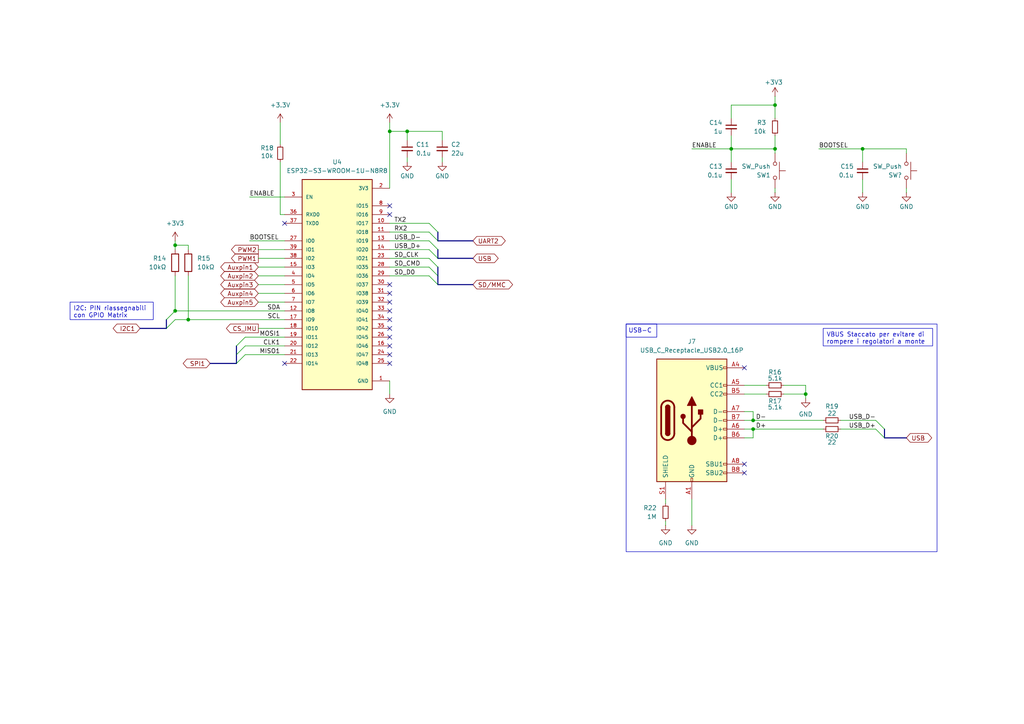
<source format=kicad_sch>
(kicad_sch (version 20250114) (generator "eeschema") (generator_version "9.0")
  (paper "A4")
  (lib_symbols
    (symbol "Connector:USB_C_Receptacle_USB2.0_16P" (pin_names (offset 1.016))
      (property "Reference" "J" (at 0 22.225 0))
      (property "Value" "USB_C_Receptacle_USB2.0_16P" (at 0 19.685 0))
      (symbol "USB_C_Receptacle_USB2.0_16P_0_0"
        (rectangle (start -0.254 -17.78) (end 0.254 -16.764))
        (rectangle (start 10.16 15.494) (end 9.144 14.986))
        (rectangle (start 10.16 10.414) (end 9.144 9.906))
        (rectangle (start 10.16 7.874) (end 9.144 7.366))
        (rectangle (start 10.16 2.794) (end 9.144 2.286))
        (rectangle (start 10.16 0.254) (end 9.144 -0.254))
        (rectangle (start 10.16 -2.286) (end 9.144 -2.794))
        (rectangle (start 10.16 -4.826) (end 9.144 -5.334))
        (rectangle (start 10.16 -12.446) (end 9.144 -12.954))
        (rectangle (start 10.16 -14.986) (end 9.144 -15.494))
      )
      (symbol "USB_C_Receptacle_USB2.0_16P_0_1"
        (rectangle (start -10.16 17.78) (end 10.16 -17.78) (stroke (width 0.254)) (fill (type background)))
        (polyline (pts (xy -8.89 -3.81) (xy -8.89 3.81)) (stroke (width 0.508)))
        (rectangle (start -7.62 -3.81) (end -6.35 3.81) (stroke (width 0.254)) (fill (type outline)))
        (arc (start -7.62 3.81) (mid -6.985 4.4423) (end -6.35 3.81) (stroke (width 0.254)))
        (arc (start -7.62 3.81) (mid -6.985 4.4423) (end -6.35 3.81) (stroke (width 0.254)) (fill (type outline)))
        (arc (start -8.89 3.81) (mid -6.985 5.7067) (end -5.08 3.81) (stroke (width 0.508)))
        (arc (start -5.08 -3.81) (mid -6.985 -5.7067) (end -8.89 -3.81) (stroke (width 0.508)))
        (arc (start -6.35 -3.81) (mid -6.985 -4.4423) (end -7.62 -3.81) (stroke (width 0.254)))
        (arc (start -6.35 -3.81) (mid -6.985 -4.4423) (end -7.62 -3.81) (stroke (width 0.254)) (fill (type outline)))
        (polyline (pts (xy -5.08 3.81) (xy -5.08 -3.81)) (stroke (width 0.508)))
        (circle (center -2.54 1.143) (radius 0.635) (stroke (width 0.254)) (fill (type outline)))
        (polyline (pts (xy -1.27 4.318) (xy 0 6.858) (xy 1.27 4.318) (xy -1.27 4.318)) (stroke (width 0.254)) (fill (type outline)))
        (polyline (pts (xy 0 -2.032) (xy 2.54 0.508) (xy 2.54 1.778)) (stroke (width 0.508)))
        (polyline (pts (xy 0 -3.302) (xy -2.54 -0.762) (xy -2.54 0.508)) (stroke (width 0.508)))
        (polyline (pts (xy 0 -5.842) (xy 0 4.318)) (stroke (width 0.508)))
        (circle (center 0 -5.842) (radius 1.27) (fill (type outline)))
        (rectangle (start 1.905 1.778) (end 3.175 3.048) (stroke (width 0.254)) (fill (type outline)))
      )
      (symbol "USB_C_Receptacle_USB2.0_16P_1_1"
        (pin passive line (at -7.62 -22.86 90) (length 5.08) (name "SHIELD") (number "S1"))
        (pin passive line (at 0 -22.86 90) (length 5.08) (name "GND") (number "A1"))
        (pin passive line (at 0 -22.86 90) (length 5.08) (hide yes) (name "GND") (number "A12"))
        (pin passive line (at 0 -22.86 90) (length 5.08) (hide yes) (name "GND") (number "B1"))
        (pin passive line (at 0 -22.86 90) (length 5.08) (hide yes) (name "GND") (number "B12"))
        (pin passive line (at 15.24 15.24 180) (length 5.08) (name "VBUS") (number "A4"))
        (pin passive line (at 15.24 15.24 180) (length 5.08) (hide yes) (name "VBUS") (number "A9"))
        (pin passive line (at 15.24 15.24 180) (length 5.08) (hide yes) (name "VBUS") (number "B4"))
        (pin passive line (at 15.24 15.24 180) (length 5.08) (hide yes) (name "VBUS") (number "B9"))
        (pin bidirectional line (at 15.24 10.16 180) (length 5.08) (name "CC1") (number "A5"))
        (pin bidirectional line (at 15.24 7.62 180) (length 5.08) (name "CC2") (number "B5"))
        (pin bidirectional line (at 15.24 2.54 180) (length 5.08) (name "D-") (number "A7"))
        (pin bidirectional line (at 15.24 0 180) (length 5.08) (name "D-") (number "B7"))
        (pin bidirectional line (at 15.24 -2.54 180) (length 5.08) (name "D+") (number "A6"))
        (pin bidirectional line (at 15.24 -5.08 180) (length 5.08) (name "D+") (number "B6"))
        (pin bidirectional line (at 15.24 -12.7 180) (length 5.08) (name "SBU1") (number "A8"))
        (pin bidirectional line (at 15.24 -15.24 180) (length 5.08) (name "SBU2") (number "B8"))
      )
    )
    (symbol "Device:C_Small" (pin_numbers (hide yes)) (pin_names (offset 0.254) (hide yes))
      (property "Reference" "C" (at 0.254 1.778 0))
      (property "Value" "C_Small" (at 0.254 -2.032 0))
      (symbol "C_Small_0_1"
        (polyline (pts (xy -1.524 0.508) (xy 1.524 0.508)) (stroke (width 0.3048)))
        (polyline (pts (xy -1.524 -0.508) (xy 1.524 -0.508)) (stroke (width 0.3302)))
      )
      (symbol "C_Small_1_1"
        (pin passive line (at 0 2.54 270) (length 2.032) (name "~") (number "1"))
        (pin passive line (at 0 -2.54 90) (length 2.032) (name "~") (number "2"))
      )
    )
    (symbol "Device:R" (pin_numbers (hide yes)) (pin_names (offset 0))
      (property "Reference" "R" (at 2.032 0 90))
      (property "Value" "R" (at 0 0 90))
      (symbol "R_0_1"
        (rectangle (start -1.016 -2.54) (end 1.016 2.54) (stroke (width 0.254)))
      )
      (symbol "R_1_1"
        (pin passive line (at 0 3.81 270) (length 1.27) (name "~") (number "1"))
        (pin passive line (at 0 -3.81 90) (length 1.27) (name "~") (number "2"))
      )
    )
    (symbol "Device:R_Small" (pin_numbers (hide yes)) (pin_names (offset 0.254) (hide yes))
      (property "Reference" "R" (at 0 0 90))
      (property "Value" "R_Small" (at 1.778 0 90))
      (symbol "R_Small_0_1"
        (rectangle (start -0.762 1.778) (end 0.762 -1.778) (stroke (width 0.2032)))
      )
      (symbol "R_Small_1_1"
        (pin passive line (at 0 2.54 270) (length 0.762) (name "~") (number "1"))
        (pin passive line (at 0 -2.54 90) (length 0.762) (name "~") (number "2"))
      )
    )
    (symbol "ESP32-S3-WROOM-1U-N8R8_1" (pin_names (offset 1.016))
      (property "Reference" "U" (at -10.16 31.242 0))
      (property "Value" "ESP32-S3-WROOM-1U-N8R8" (at -10.16 -33.02 0))
      (symbol "ESP32-S3-WROOM-1U-N8R8_1_0_0"
        (rectangle (start -10.16 -30.48) (end 10.16 30.48) (stroke (width 0.254)) (fill (type background)))
        (pin input line (at -15.24 25.4 0) (length 5.08) (name "EN") (number "3"))
        (pin bidirectional line (at -15.24 20.32 0) (length 5.08) (name "RXD0") (number "36"))
        (pin bidirectional line (at -15.24 17.78 0) (length 5.08) (name "TXD0") (number "37"))
        (pin bidirectional line (at -15.24 12.7 0) (length 5.08) (name "IO0") (number "27"))
        (pin bidirectional line (at -15.24 10.16 0) (length 5.08) (name "IO1") (number "39"))
        (pin bidirectional line (at -15.24 7.62 0) (length 5.08) (name "IO2") (number "38"))
        (pin bidirectional line (at -15.24 5.08 0) (length 5.08) (name "IO3") (number "15"))
        (pin bidirectional line (at -15.24 2.54 0) (length 5.08) (name "IO4") (number "4"))
        (pin bidirectional line (at -15.24 0 0) (length 5.08) (name "IO5") (number "5"))
        (pin bidirectional line (at -15.24 -2.54 0) (length 5.08) (name "IO6") (number "6"))
        (pin bidirectional line (at -15.24 -5.08 0) (length 5.08) (name "IO7") (number "7"))
        (pin bidirectional line (at -15.24 -7.62 0) (length 5.08) (name "IO8") (number "12"))
        (pin bidirectional line (at -15.24 -10.16 0) (length 5.08) (name "IO9") (number "17"))
        (pin bidirectional line (at -15.24 -12.7 0) (length 5.08) (name "IO10") (number "18"))
        (pin bidirectional line (at -15.24 -15.24 0) (length 5.08) (name "IO11") (number "19"))
        (pin bidirectional line (at -15.24 -17.78 0) (length 5.08) (name "IO12") (number "20"))
        (pin bidirectional line (at -15.24 -20.32 0) (length 5.08) (name "IO13") (number "21"))
        (pin bidirectional line (at -15.24 -22.86 0) (length 5.08) (name "IO14") (number "22"))
        (pin power_in line (at 15.24 27.94 180) (length 5.08) (name "3V3") (number "2"))
        (pin bidirectional line (at 15.24 22.86 180) (length 5.08) (name "IO15") (number "8"))
        (pin bidirectional line (at 15.24 20.32 180) (length 5.08) (name "IO16") (number "9"))
        (pin bidirectional line (at 15.24 17.78 180) (length 5.08) (name "IO17") (number "10"))
        (pin bidirectional line (at 15.24 15.24 180) (length 5.08) (name "IO18") (number "11"))
        (pin bidirectional line (at 15.24 12.7 180) (length 5.08) (name "IO19") (number "13"))
        (pin bidirectional line (at 15.24 10.16 180) (length 5.08) (name "IO20") (number "14"))
        (pin bidirectional line (at 15.24 7.62 180) (length 5.08) (name "IO21") (number "23"))
        (pin bidirectional line (at 15.24 5.08 180) (length 5.08) (name "IO35") (number "28"))
        (pin bidirectional line (at 15.24 2.54 180) (length 5.08) (name "IO36") (number "29"))
        (pin bidirectional line (at 15.24 0 180) (length 5.08) (name "IO37") (number "30"))
        (pin bidirectional line (at 15.24 -2.54 180) (length 5.08) (name "IO38") (number "31"))
        (pin bidirectional line (at 15.24 -5.08 180) (length 5.08) (name "IO39") (number "32"))
        (pin bidirectional line (at 15.24 -7.62 180) (length 5.08) (name "IO40") (number "33"))
        (pin bidirectional line (at 15.24 -10.16 180) (length 5.08) (name "IO41") (number "34"))
        (pin bidirectional line (at 15.24 -12.7 180) (length 5.08) (name "IO42") (number "35"))
        (pin bidirectional line (at 15.24 -15.24 180) (length 5.08) (name "IO45") (number "26"))
        (pin bidirectional line (at 15.24 -17.78 180) (length 5.08) (name "IO46") (number "16"))
        (pin bidirectional line (at 15.24 -20.32 180) (length 5.08) (name "IO47") (number "24"))
        (pin bidirectional line (at 15.24 -22.86 180) (length 5.08) (name "IO48") (number "25"))
        (pin power_in line (at 15.24 -27.94 180) (length 5.08) (name "GND") (number "1"))
        (pin power_in line (at 15.24 -27.94 180) (length 5.08) (hide yes) (name "GND") (number "40"))
        (pin power_in line (at 15.24 -27.94 180) (length 5.08) (hide yes) (name "GND") (number "41_1"))
        (pin power_in line (at 15.24 -27.94 180) (length 5.08) (hide yes) (name "GND") (number "41_2"))
        (pin power_in line (at 15.24 -27.94 180) (length 5.08) (hide yes) (name "GND") (number "41_3"))
        (pin power_in line (at 15.24 -27.94 180) (length 5.08) (hide yes) (name "GND") (number "41_4"))
        (pin power_in line (at 15.24 -27.94 180) (length 5.08) (hide yes) (name "GND") (number "41_5"))
        (pin power_in line (at 15.24 -27.94 180) (length 5.08) (hide yes) (name "GND") (number "41_6"))
        (pin power_in line (at 15.24 -27.94 180) (length 5.08) (hide yes) (name "GND") (number "41_7"))
        (pin power_in line (at 15.24 -27.94 180) (length 5.08) (hide yes) (name "GND") (number "41_8"))
        (pin power_in line (at 15.24 -27.94 180) (length 5.08) (hide yes) (name "GND") (number "41_9"))
      )
    )
    (symbol "Switch:SW_Push" (pin_numbers (hide yes)) (pin_names (offset 1.016) (hide yes))
      (property "Reference" "SW" (at 1.27 2.54 0))
      (property "Value" "SW_Push" (at 0 -1.524 0))
      (symbol "SW_Push_0_1"
        (circle (center -2.032 0) (radius 0.508))
        (polyline (pts (xy 0 1.27) (xy 0 3.048)))
        (circle (center 2.032 0) (radius 0.508))
        (polyline (pts (xy 2.54 1.27) (xy -2.54 1.27)))
        (pin passive line (at -5.08 0 0) (length 2.54) (name "1") (number "1"))
        (pin passive line (at 5.08 0 180) (length 2.54) (name "2") (number "2"))
      )
    )
    (symbol "power:+3.3V" (power) (pin_numbers (hide yes)) (pin_names (offset 0) (hide yes))
      (property "Value" "+3.3V" (at 0 3.556 0))
      (symbol "+3.3V_0_1"
        (polyline (pts (xy -0.762 1.27) (xy 0 2.54)))
        (polyline (pts (xy 0 2.54) (xy 0.762 1.27)))
        (polyline (pts (xy 0 0) (xy 0 2.54)))
      )
      (symbol "+3.3V_1_1"
        (pin power_in line (at 0 0 90) (length 0) (name "~") (number "1"))
      )
    )
    (symbol "power:+3V3" (power) (pin_numbers (hide yes)) (pin_names (offset 0) (hide yes))
      (property "Value" "+3V3" (at 0 3.556 0))
      (symbol "+3V3_0_1"
        (polyline (pts (xy -0.762 1.27) (xy 0 2.54)))
        (polyline (pts (xy 0 2.54) (xy 0.762 1.27)))
        (polyline (pts (xy 0 0) (xy 0 2.54)))
      )
      (symbol "+3V3_1_1"
        (pin power_in line (at 0 0 90) (length 0) (name "~") (number "1"))
      )
    )
    (symbol "power:GND" (power) (pin_numbers (hide yes)) (pin_names (offset 0) (hide yes))
      (property "Value" "GND" (at 0 -3.81 0))
      (symbol "GND_0_1"
        (polyline (pts (xy 0 0) (xy 0 -1.27) (xy 1.27 -1.27) (xy 0 -2.54) (xy -1.27 -1.27) (xy 0 -1.27)))
      )
      (symbol "GND_1_1"
        (pin power_in line (at 0 0 270) (length 0) (name "~") (number "1"))
      )
    )
  )
  (rectangle (start 181.61 93.98) (end 271.78 160.02))
  (rectangle (start 181.61 93.98) (end 190.5 97.79))
  (text "USB-C" (at 185.674 96.012 0) (effects (font (size 1.27 1.27))))
  (text_box "VBUS Staccato per evitare di rompere i regolatori a monte\n" (at 238.76 95.25 0) (size 31.75 5.08) (margins 0.9525 0.9525 0.9525 0.9525) (effects (font (size 1.27 1.27)) (justify left top)))
  (text_box "I2C: PIN riassegnabili con GPIO Matrix" (at 20.32 87.63 0) (size 24.13 5.08) (margins 0.9525 0.9525 0.9525 0.9525) (effects (font (size 1.27 1.27)) (justify left top)))
  (junction (at 250.19 43.18))
  (junction (at 212.09 43.18))
  (junction (at 113.03 38.1))
  (junction (at 50.8 90.17))
  (junction (at 50.8 71.12))
  (junction (at 218.44 124.46))
  (junction (at 224.79 30.48))
  (junction (at 54.61 92.71))
  (junction (at 233.68 114.3))
  (junction (at 118.11 38.1))
  (junction (at 224.79 43.18))
  (junction (at 218.44 121.92))
  (no_connect (at 113.03 95.25))
  (no_connect (at 113.03 105.41))
  (no_connect (at 113.03 87.63))
  (no_connect (at 113.03 85.09))
  (no_connect (at 113.03 97.79))
  (no_connect (at 215.9 106.68))
  (no_connect (at 113.03 82.55))
  (no_connect (at 82.55 105.41))
  (no_connect (at 113.03 92.71))
  (no_connect (at 113.03 62.23))
  (no_connect (at 113.03 100.33))
  (no_connect (at 215.9 134.62))
  (no_connect (at 113.03 59.69))
  (no_connect (at 113.03 90.17))
  (no_connect (at 82.55 64.77))
  (no_connect (at 215.9 137.16))
  (no_connect (at 113.03 102.87))
  (bus_entry (at 124.46 74.93) (size 2.54 2.54))
  (bus_entry (at 127 74.93) (size -2.54 -2.54))
  (bus_entry (at 124.46 77.47) (size 2.54 2.54))
  (bus_entry (at 254 124.46) (size 2.54 2.54))
  (bus_entry (at 71.12 100.33) (size -2.54 2.54))
  (bus_entry (at 71.12 102.87) (size -2.54 2.54))
  (bus_entry (at 127 67.31) (size -2.54 -2.54))
  (bus_entry (at 50.8 90.17) (size -2.54 2.54))
  (bus_entry (at 254 121.92) (size 2.54 2.54))
  (bus_entry (at 127 72.39) (size -2.54 -2.54))
  (bus_entry (at 124.46 80.01) (size 2.54 2.54))
  (bus_entry (at 50.8 92.71) (size -2.54 2.54))
  (bus_entry (at 127 69.85) (size -2.54 -2.54))
  (bus_entry (at 71.12 97.79) (size -2.54 2.54))
  (wire (pts (xy 113.03 74.93) (xy 124.46 74.93)))
  (wire (pts (xy 128.27 46.99) (xy 128.27 45.72)))
  (bus (pts (xy 137.16 74.93) (xy 127 74.93)))
  (wire (pts (xy 200.66 43.18) (xy 212.09 43.18)))
  (bus (pts (xy 256.54 127) (xy 262.89 127)))
  (wire (pts (xy 224.79 30.48) (xy 224.79 34.29)))
  (wire (pts (xy 218.44 121.92) (xy 238.76 121.92)))
  (wire (pts (xy 113.03 67.31) (xy 124.46 67.31)))
  (wire (pts (xy 71.12 100.33) (xy 82.55 100.33)))
  (wire (pts (xy 212.09 43.18) (xy 212.09 46.99)))
  (wire (pts (xy 81.28 35.56) (xy 81.28 41.91)))
  (wire (pts (xy 212.09 30.48) (xy 224.79 30.48)))
  (wire (pts (xy 218.44 121.92) (xy 218.44 119.38)))
  (wire (pts (xy 215.9 114.3) (xy 222.25 114.3)))
  (bus (pts (xy 68.58 102.87) (xy 68.58 105.41)))
  (wire (pts (xy 71.12 97.79) (xy 82.55 97.79)))
  (wire (pts (xy 50.8 71.12) (xy 50.8 72.39)))
  (wire (pts (xy 50.8 90.17) (xy 82.55 90.17)))
  (wire (pts (xy 212.09 39.37) (xy 212.09 43.18)))
  (wire (pts (xy 74.93 77.47) (xy 82.55 77.47)))
  (wire (pts (xy 54.61 71.12) (xy 54.61 72.39)))
  (wire (pts (xy 227.33 114.3) (xy 233.68 114.3)))
  (wire (pts (xy 81.28 46.99) (xy 81.28 62.23)))
  (bus (pts (xy 68.58 105.41) (xy 60.96 105.41)))
  (bus (pts (xy 137.16 69.85) (xy 127 69.85)))
  (wire (pts (xy 262.89 55.88) (xy 262.89 54.61)))
  (wire (pts (xy 118.11 46.99) (xy 118.11 45.72)))
  (wire (pts (xy 218.44 119.38) (xy 215.9 119.38)))
  (bus (pts (xy 127 80.01) (xy 127 82.55)))
  (wire (pts (xy 215.9 121.92) (xy 218.44 121.92)))
  (wire (pts (xy 193.04 151.13) (xy 193.04 152.4)))
  (wire (pts (xy 212.09 34.29) (xy 212.09 30.48)))
  (wire (pts (xy 224.79 43.18) (xy 224.79 44.45)))
  (wire (pts (xy 118.11 38.1) (xy 128.27 38.1)))
  (wire (pts (xy 74.93 82.55) (xy 82.55 82.55)))
  (wire (pts (xy 215.9 111.76) (xy 222.25 111.76)))
  (bus (pts (xy 127 72.39) (xy 127 74.93)))
  (wire (pts (xy 233.68 111.76) (xy 233.68 114.3)))
  (wire (pts (xy 113.03 64.77) (xy 124.46 64.77)))
  (wire (pts (xy 54.61 92.71) (xy 82.55 92.71)))
  (wire (pts (xy 224.79 39.37) (xy 224.79 43.18)))
  (wire (pts (xy 250.19 43.18) (xy 262.89 43.18)))
  (wire (pts (xy 218.44 124.46) (xy 215.9 124.46)))
  (wire (pts (xy 72.39 57.15) (xy 82.55 57.15)))
  (bus (pts (xy 127 77.47) (xy 127 80.01)))
  (wire (pts (xy 74.93 95.25) (xy 82.55 95.25)))
  (bus (pts (xy 48.26 92.71) (xy 48.26 95.25)))
  (wire (pts (xy 193.04 146.05) (xy 193.04 144.78)))
  (wire (pts (xy 50.8 92.71) (xy 54.61 92.71)))
  (wire (pts (xy 50.8 71.12) (xy 54.61 71.12)))
  (wire (pts (xy 233.68 114.3) (xy 233.68 115.57)))
  (wire (pts (xy 81.28 62.23) (xy 82.55 62.23)))
  (wire (pts (xy 227.33 111.76) (xy 233.68 111.76)))
  (wire (pts (xy 50.8 69.85) (xy 50.8 71.12)))
  (wire (pts (xy 74.93 72.39) (xy 82.55 72.39)))
  (bus (pts (xy 40.64 95.25) (xy 48.26 95.25)))
  (wire (pts (xy 262.89 43.18) (xy 262.89 44.45)))
  (wire (pts (xy 113.03 77.47) (xy 124.46 77.47)))
  (wire (pts (xy 113.03 80.01) (xy 124.46 80.01)))
  (wire (pts (xy 250.19 43.18) (xy 250.19 46.99)))
  (wire (pts (xy 113.03 38.1) (xy 118.11 38.1)))
  (wire (pts (xy 200.66 144.78) (xy 200.66 152.4)))
  (wire (pts (xy 212.09 52.07) (xy 212.09 55.88)))
  (wire (pts (xy 74.93 85.09) (xy 82.55 85.09)))
  (wire (pts (xy 113.03 38.1) (xy 113.03 35.56)))
  (wire (pts (xy 224.79 27.94) (xy 224.79 30.48)))
  (wire (pts (xy 215.9 127) (xy 218.44 127)))
  (bus (pts (xy 256.54 124.46) (xy 256.54 127)))
  (wire (pts (xy 50.8 80.01) (xy 50.8 90.17)))
  (wire (pts (xy 82.55 69.85) (xy 72.39 69.85)))
  (wire (pts (xy 113.03 72.39) (xy 124.46 72.39)))
  (wire (pts (xy 224.79 55.88) (xy 224.79 54.61)))
  (wire (pts (xy 250.19 52.07) (xy 250.19 55.88)))
  (wire (pts (xy 243.84 121.92) (xy 254 121.92)))
  (wire (pts (xy 71.12 102.87) (xy 82.55 102.87)))
  (wire (pts (xy 113.03 69.85) (xy 124.46 69.85)))
  (wire (pts (xy 113.03 110.49) (xy 113.03 114.3)))
  (wire (pts (xy 128.27 40.64) (xy 128.27 38.1)))
  (wire (pts (xy 74.93 87.63) (xy 82.55 87.63)))
  (bus (pts (xy 68.58 100.33) (xy 68.58 102.87)))
  (wire (pts (xy 237.49 43.18) (xy 250.19 43.18)))
  (wire (pts (xy 74.93 80.01) (xy 82.55 80.01)))
  (wire (pts (xy 218.44 127) (xy 218.44 124.46)))
  (wire (pts (xy 243.84 124.46) (xy 254 124.46)))
  (wire (pts (xy 212.09 43.18) (xy 224.79 43.18)))
  (bus (pts (xy 127 67.31) (xy 127 69.85)))
  (wire (pts (xy 218.44 124.46) (xy 238.76 124.46)))
  (bus (pts (xy 137.16 82.55) (xy 127 82.55)))
  (wire (pts (xy 113.03 54.61) (xy 113.03 38.1)))
  (wire (pts (xy 82.55 74.93) (xy 74.93 74.93)))
  (wire (pts (xy 118.11 40.64) (xy 118.11 38.1)))
  (wire (pts (xy 54.61 80.01) (xy 54.61 92.71)))
  (label "BOOTSEL" (at 237.49 43.18 0))
  (label "MOSI1" (at 81.28 97.79 180))
  (label "BOOTSEL" (at 72.39 69.85 0))
  (label "ENABLE" (at 72.39 57.15 0))
  (label "RX2" (at 114.3 67.31 0))
  (label "USB_D-" (at 114.3 69.85 0))
  (label "SD_CMD" (at 114.3 77.47 0))
  (label "SD_CLK" (at 114.3 74.93 0))
  (label "SDA" (at 81.28 90.17 180))
  (label "TX2" (at 114.3 64.77 0))
  (label "SCL" (at 81.28 92.71 180))
  (label "USB_D+" (at 114.3 72.39 0))
  (label "D-" (at 222.25 121.92 180))
  (label "SD_D0" (at 114.3 80.01 0))
  (label "MISO1" (at 81.28 102.87 180))
  (label "D+" (at 222.25 124.46 180))
  (label "CLK1" (at 81.28 100.33 180))
  (label "USB_D+" (at 254 124.46 180))
  (label "ENABLE" (at 200.66 43.18 0))
  (label "USB_D-" (at 254 121.92 180))
  (global_label "Auxpin4" (shape bidirectional) (at 74.93 85.09 180) (property "Intersheetrefs" "${INTERSHEET_REFS}" (effects (hide yes))))
  (global_label "CS_IMU" (shape output) (at 74.93 95.25 180) (property "Intersheetrefs" "${INTERSHEET_REFS}" (effects (hide yes))))
  (global_label "Auxpin2" (shape bidirectional) (at 74.93 80.01 180) (property "Intersheetrefs" "${INTERSHEET_REFS}" (effects (hide yes))))
  (global_label "SPI1" (shape bidirectional) (at 60.96 105.41 180) (property "Intersheetrefs" "${INTERSHEET_REFS}" (effects (hide yes))))
  (global_label "PWM1" (shape output) (at 74.93 74.93 180) (property "Intersheetrefs" "${INTERSHEET_REFS}" (effects (hide yes))))
  (global_label "USB" (shape bidirectional) (at 137.16 74.93 0) (property "Intersheetrefs" "${INTERSHEET_REFS}" (effects (hide yes))))
  (global_label "I2C1" (shape bidirectional) (at 40.64 95.25 180) (property "Intersheetrefs" "${INTERSHEET_REFS}" (effects (hide yes))))
  (global_label "PWM2" (shape output) (at 74.93 72.39 180) (property "Intersheetrefs" "${INTERSHEET_REFS}" (effects (hide yes))))
  (global_label "SD{slash}MMC" (shape bidirectional) (at 137.16 82.55 0) (property "Intersheetrefs" "${INTERSHEET_REFS}" (effects (hide yes))))
  (global_label "UART2" (shape bidirectional) (at 137.16 69.85 0) (property "Intersheetrefs" "${INTERSHEET_REFS}" (effects (hide yes))))
  (global_label "Auxpin3" (shape bidirectional) (at 74.93 82.55 180) (property "Intersheetrefs" "${INTERSHEET_REFS}" (effects (hide yes))))
  (global_label "Auxpin1" (shape bidirectional) (at 74.93 77.47 180) (property "Intersheetrefs" "${INTERSHEET_REFS}" (effects (hide yes))))
  (global_label "Auxpin5" (shape bidirectional) (at 74.93 87.63 180) (property "Intersheetrefs" "${INTERSHEET_REFS}" (effects (hide yes))))
  (global_label "USB" (shape bidirectional) (at 262.89 127 0) (property "Intersheetrefs" "${INTERSHEET_REFS}" (effects (hide yes))))
  (symbol (lib_id "power:GND") (at 193.04 152.4 0) (unit 1)
    (property "Reference" "#PWR031" (effects (hide yes)))
    (property "Value" "GND" (at 193.04 157.48 0))
    (property "Description" "Power symbol creates a global label with name \"GND\" , ground" (effects (hide yes)))
  )
  (symbol (lib_id "Device:R_Small") (at 81.28 44.45 180) (unit 1)
    (property "Reference" "R18" (at 77.47 42.926 0))
    (property "Value" "10k" (at 77.47 45.212 0))
    (property "Footprint" "Resistor_SMD:R_0603_1608Metric_Pad0.98x0.95mm_HandSolder" (effects (hide yes)))
    (property "Description" "Resistor, small symbol" (effects (hide yes)))
  )
  (symbol (lib_id "power:GND") (at 224.79 55.88 0) (mirror y) (unit 1)
    (property "Reference" "#PWR048" (effects (hide yes)))
    (property "Value" "GND" (at 224.79 59.944 0))
    (property "Description" "Power symbol creates a global label with name \"GND\" , ground" (effects (hide yes)))
  )
  (symbol (lib_id "Device:R_Small") (at 224.79 111.76 270) (mirror x) (unit 1)
    (property "Reference" "R16" (at 224.79 107.95 90))
    (property "Value" "5.1k" (at 224.79 109.728 90))
    (property "Footprint" "Resistor_SMD:R_0603_1608Metric_Pad0.98x0.95mm_HandSolder" (effects (hide yes)))
    (property "Description" "Resistor, small symbol" (effects (hide yes)))
  )
  (symbol (lib_id "Device:C_Small") (at 118.11 43.18 0) (unit 1)
    (property "Reference" "C11" (at 120.65 41.9162 0) (effects (justify left)))
    (property "Value" "0.1u" (at 120.65 44.4562 0) (effects (justify left)))
    (property "Footprint" "Capacitor_SMD:C_0603_1608Metric_Pad1.08x0.95mm_HandSolder" (effects (hide yes)))
    (property "Description" "Unpolarized capacitor, small symbol" (effects (hide yes)))
  )
  (symbol (lib_id "Switch:SW_Push") (at 262.89 49.53 270) (unit 1)
    (property "Reference" "SW?" (at 261.62 50.8001 90) (effects (justify right)))
    (property "Value" "SW_Push" (at 261.62 48.2601 90) (effects (justify right)))
    (property "Footprint" "Buttons:C4B1802110" (effects (hide yes)))
    (property "Description" "Push button switch, generic, two pins" (effects (hide yes)))
  )
  (symbol (lib_id "Connector:USB_C_Receptacle_USB2.0_16P") (at 200.66 121.92 0) (unit 1)
    (property "Reference" "J7" (at 200.66 99.06 0))
    (property "Value" "USB_C_Receptacle_USB2.0_16P" (at 200.66 101.6 0))
    (property "Footprint" "Connector_USB:USB_C_Receptacle_G-Switch_GT-USB-7010ASV" (effects (hide yes)))
    (property "Datasheet" "https://www.usb.org/sites/default/files/documents/usb_type-c.zip" (effects (hide yes)))
    (property "Description" "USB 2.0-only 16P Type-C Receptacle connector" (effects (hide yes)))
  )
  (symbol (lib_id "Device:C_Small") (at 250.19 49.53 0) (mirror y) (unit 1)
    (property "Reference" "C15" (at 247.65 48.2662 0) (effects (justify left)))
    (property "Value" "0.1u" (at 247.65 50.8062 0) (effects (justify left)))
    (property "Footprint" "Capacitor_SMD:C_0603_1608Metric_Pad1.08x0.95mm_HandSolder" (effects (hide yes)))
    (property "Description" "Unpolarized capacitor, small symbol" (effects (hide yes)))
  )
  (symbol (lib_id "power:GND") (at 262.89 55.88 0) (unit 1)
    (property "Reference" "#PWR?" (effects (hide yes)))
    (property "Value" "GND" (at 260.858 59.944 0) (effects (justify left)))
    (property "Description" "Power symbol creates a global label with name \"GND\" , ground" (effects (hide yes)))
  )
  (symbol (lib_id "power:GND") (at 250.19 55.88 0) (unit 1)
    (property "Reference" "#PWR0101" (effects (hide yes)))
    (property "Value" "GND" (at 248.158 59.944 0) (effects (justify left)))
    (property "Description" "Power symbol creates a global label with name \"GND\" , ground" (effects (hide yes)))
  )
  (symbol (lib_id "Device:R_Small") (at 241.3 124.46 90) (mirror x) (unit 1)
    (property "Reference" "R20" (at 241.3 126.492 90))
    (property "Value" "22" (at 241.3 128.27 90))
    (property "Footprint" "Resistor_SMD:R_0603_1608Metric_Pad0.98x0.95mm_HandSolder" (effects (hide yes)))
    (property "Description" "Resistor, small symbol" (effects (hide yes)))
  )
  (symbol (lib_id "Device:C_Small") (at 212.09 36.83 0) (mirror y) (unit 1)
    (property "Reference" "C14" (at 209.55 35.5662 0) (effects (justify left)))
    (property "Value" "1u" (at 209.55 38.1062 0) (effects (justify left)))
    (property "Footprint" "Capacitor_SMD:C_0603_1608Metric_Pad1.08x0.95mm_HandSolder" (effects (hide yes)))
    (property "Description" "Unpolarized capacitor, small symbol" (effects (hide yes)))
  )
  (symbol (lib_name "ESP32-S3-WROOM-1U-N8R8_1") (lib_id "ESP32-S3-WROOM-1U-N8R8:ESP32-S3-WROOM-1U-N8R8") (at 97.79 82.55 0) (unit 1)
    (property "Reference" "U4" (at 97.79 46.99 0))
    (property "Value" "ESP32-S3-WROOM-1U-N8R8" (at 97.79 49.53 0))
    (property "Footprint" "ESP32:XCVR_ESP32-S3-WROOM-1U-N8R8" (effects (hide yes)))
    (property "MF" "Espressif Systems" (effects (hide yes)))
    (property "MAXIMUM_PACKAGE_HEIGHT" "3.35mm" (effects (hide yes)))
    (property "Package" "SMD-41 Espressif Systems" (effects (hide yes)))
    (property "Price" "None" (effects (hide yes)))
    (property "Check_prices" "https://www.snapeda.com/parts/ESP32-S3-WROOM-1U-N8R8/Espressif+Systems/view-part/?ref=eda" (effects (hide yes)))
    (property "STANDARD" "Manufacturer Recommendations" (effects (hide yes)))
    (property "PARTREV" "v1.1" (effects (hide yes)))
    (property "SnapEDA_Link" "https://www.snapeda.com/parts/ESP32-S3-WROOM-1U-N8R8/Espressif+Systems/view-part/?ref=snap" (effects (hide yes)))
    (property "MP" "ESP32-S3-WROOM-1U-N8R8" (effects (hide yes)))
    (property "Description_1" "Bluetooth, WiFi 802.11b/g/n, Bluetooth v5.0 Transceiver Module 2.4GHz Antenna Not Included, U.FL Surface Mount" (effects (hide yes)))
    (property "Availability" "In Stock" (effects (hide yes)))
    (property "MANUFACTURER" "Espressif Systems" (effects (hide yes)))
  )
  (symbol (lib_id "power:+3.3V") (at 113.03 35.56 0) (mirror y) (unit 1)
    (property "Reference" "#PWR032" (effects (hide yes)))
    (property "Value" "+3.3V" (at 113.03 30.48 0))
    (property "Description" "Power symbol creates a global label with name \"+3.3V\"" (effects (hide yes)))
  )
  (symbol (lib_id "power:GND") (at 128.27 46.99 0) (unit 1)
    (property "Reference" "#PWR034" (effects (hide yes)))
    (property "Value" "GND" (at 128.27 51.054 0))
    (property "Description" "Power symbol creates a global label with name \"GND\" , ground" (effects (hide yes)))
  )
  (symbol (lib_id "Device:R_Small") (at 224.79 114.3 90) (mirror x) (unit 1)
    (property "Reference" "R17" (at 224.79 116.332 90))
    (property "Value" "5.1k" (at 224.79 118.11 90))
    (property "Footprint" "Resistor_SMD:R_0603_1608Metric_Pad0.98x0.95mm_HandSolder" (effects (hide yes)))
    (property "Description" "Resistor, small symbol" (effects (hide yes)))
  )
  (symbol (lib_id "Device:R_Small") (at 193.04 148.59 0) (unit 1)
    (property "Reference" "R22" (at 190.5 147.3199 0) (effects (justify right)))
    (property "Value" "1M" (at 190.5 149.8599 0) (effects (justify right)))
    (property "Footprint" "Resistor_SMD:R_0603_1608Metric_Pad0.98x0.95mm_HandSolder" (effects (hide yes)))
    (property "Description" "Resistor, small symbol" (effects (hide yes)))
  )
  (symbol (lib_id "power:GND") (at 113.03 114.3 0) (unit 1)
    (property "Reference" "#PWR06" (effects (hide yes)))
    (property "Value" "GND" (at 113.03 119.38 0))
    (property "Description" "Power symbol creates a global label with name \"GND\" , ground" (effects (hide yes)))
  )
  (symbol (lib_id "Device:R") (at 50.8 76.2 0) (mirror x) (unit 1)
    (property "Reference" "R14" (at 48.26 74.9299 0) (effects (justify right)))
    (property "Value" "10kΩ" (at 48.26 77.4699 0) (effects (justify right)))
    (property "Footprint" "Resistor_SMD:R_0603_1608Metric_Pad0.98x0.95mm_HandSolder" (effects (hide yes)))
    (property "Description" "Resistor" (effects (hide yes)))
  )
  (symbol (lib_id "power:GND") (at 200.66 152.4 0) (unit 1)
    (property "Reference" "#PWR039" (effects (hide yes)))
    (property "Value" "GND" (at 200.66 157.48 0))
    (property "Description" "Power symbol creates a global label with name \"GND\" , ground" (effects (hide yes)))
  )
  (symbol (lib_id "power:GND") (at 233.68 115.57 0) (unit 1)
    (property "Reference" "#PWR049" (effects (hide yes)))
    (property "Value" "GND" (at 233.68 120.142 0))
    (property "Description" "Power symbol creates a global label with name \"GND\" , ground" (effects (hide yes)))
  )
  (symbol (lib_id "power:+3V3") (at 50.8 69.85 0) (unit 1)
    (property "Reference" "#PWR04" (effects (hide yes)))
    (property "Value" "+3V3" (at 50.8 64.77 0))
    (property "Description" "Power symbol creates a global label with name \"+3V3\"" (effects (hide yes)))
  )
  (symbol (lib_id "Device:R_Small") (at 241.3 121.92 90) (unit 1)
    (property "Reference" "R19" (at 241.3 117.856 90))
    (property "Value" "22" (at 241.3 119.888 90))
    (property "Footprint" "Resistor_SMD:R_0603_1608Metric_Pad0.98x0.95mm_HandSolder" (effects (hide yes)))
    (property "Description" "Resistor, small symbol" (effects (hide yes)))
  )
  (symbol (lib_id "Device:R") (at 54.61 76.2 180) (unit 1)
    (property "Reference" "R15" (at 57.15 74.9299 0) (effects (justify right)))
    (property "Value" "10kΩ" (at 57.15 77.4699 0) (effects (justify right)))
    (property "Footprint" "Resistor_SMD:R_0603_1608Metric_Pad0.98x0.95mm_HandSolder" (effects (hide yes)))
    (property "Description" "Resistor" (effects (hide yes)))
  )
  (symbol (lib_id "power:GND") (at 212.09 55.88 0) (mirror y) (unit 1)
    (property "Reference" "#PWR033" (effects (hide yes)))
    (property "Value" "GND" (at 212.09 59.944 0))
    (property "Description" "Power symbol creates a global label with name \"GND\" , ground" (effects (hide yes)))
  )
  (symbol (lib_id "power:+3V3") (at 224.79 27.94 0) (unit 1)
    (property "Reference" "#PWR015" (effects (hide yes)))
    (property "Value" "+3V3" (at 221.742 23.876 0) (effects (justify left)))
    (property "Description" "Power symbol creates a global label with name \"+3V3\"" (effects (hide yes)))
  )
  (symbol (lib_id "Device:C_Small") (at 128.27 43.18 0) (unit 1)
    (property "Reference" "C2" (at 130.81 41.9162 0) (effects (justify left)))
    (property "Value" "22u" (at 130.81 44.4562 0) (effects (justify left)))
    (property "Footprint" "Capacitor_SMD:C_0603_1608Metric_Pad1.08x0.95mm_HandSolder" (effects (hide yes)))
    (property "Description" "Unpolarized capacitor, small symbol" (effects (hide yes)))
  )
  (symbol (lib_id "power:GND") (at 118.11 46.99 0) (unit 1)
    (property "Reference" "#PWR035" (effects (hide yes)))
    (property "Value" "GND" (at 118.11 51.054 0))
    (property "Description" "Power symbol creates a global label with name \"GND\" , ground" (effects (hide yes)))
  )
  (symbol (lib_id "Device:R_Small") (at 224.79 36.83 0) (mirror x) (unit 1)
    (property "Reference" "R3" (at 222.25 35.5599 0) (effects (justify right)))
    (property "Value" "10k" (at 222.25 38.0999 0) (effects (justify right)))
    (property "Footprint" "Resistor_SMD:R_0603_1608Metric_Pad0.98x0.95mm_HandSolder" (effects (hide yes)))
    (property "Description" "Resistor, small symbol" (effects (hide yes)))
  )
  (symbol (lib_id "Switch:SW_Push") (at 224.79 49.53 270) (unit 1)
    (property "Reference" "SW1" (at 223.52 50.8001 90) (effects (justify right)))
    (property "Value" "SW_Push" (at 223.52 48.2601 90) (effects (justify right)))
    (property "Footprint" "Buttons:C4B1802110" (effects (hide yes)))
    (property "Description" "Push button switch, generic, two pins" (effects (hide yes)))
  )
  (symbol (lib_id "Device:C_Small") (at 212.09 49.53 0) (mirror y) (unit 1)
    (property "Reference" "C13" (at 209.55 48.2662 0) (effects (justify left)))
    (property "Value" "0.1u" (at 209.55 50.8062 0) (effects (justify left)))
    (property "Footprint" "Capacitor_SMD:C_0603_1608Metric_Pad1.08x0.95mm_HandSolder" (effects (hide yes)))
    (property "Description" "Unpolarized capacitor, small symbol" (effects (hide yes)))
  )
  (symbol (lib_id "power:+3.3V") (at 81.28 35.56 0) (mirror y) (unit 1)
    (property "Reference" "#PWR030" (effects (hide yes)))
    (property "Value" "+3.3V" (at 81.28 30.48 0))
    (property "Description" "Power symbol creates a global label with name \"+3.3V\"" (effects (hide yes)))
  )
)
</source>
